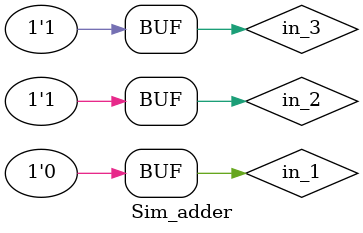
<source format=v>
`timescale 1ns / 1ps


module Sim_adder(

    );
    reg in_1,in_2,in_3;
    wire s,o;
    adder myadd(in_1,in_2,in_3,s,o);
    initial begin
        in_1<=0;
        in_2<=0;
        in_3<=0;
        #100
        in_1<=1;in_2<=1;in_3<=1;#50;
        in_1<=1;in_2<=1;in_3<=0;#50;
        in_1<=0;in_2<=1;in_3<=1;
    end
endmodule

</source>
